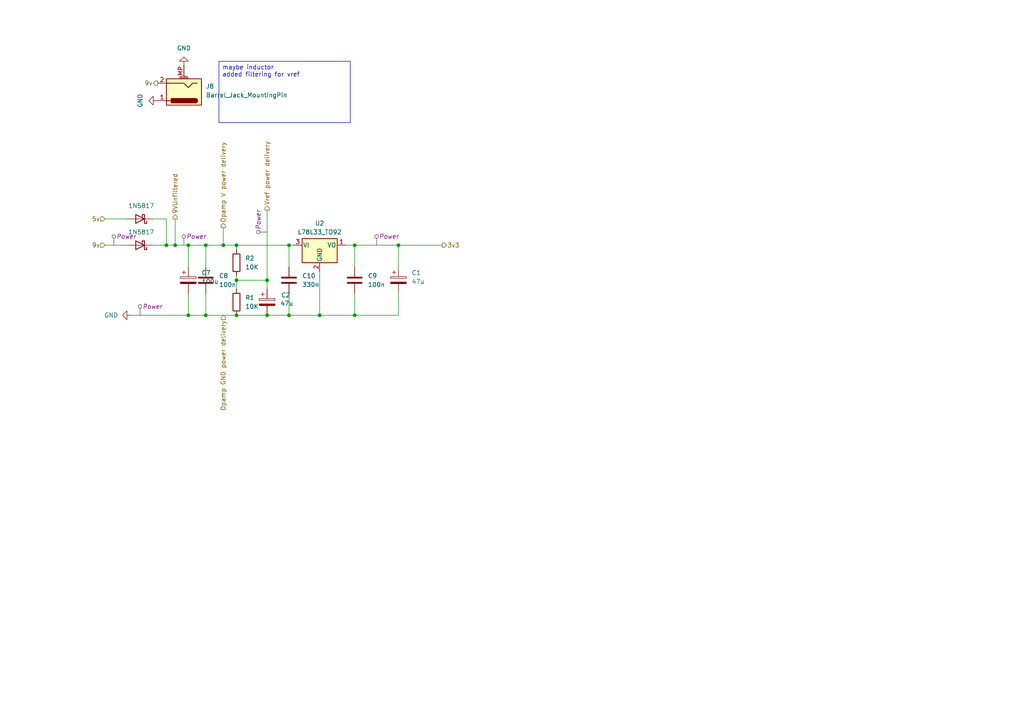
<source format=kicad_sch>
(kicad_sch (version 20231120) (generator "eeschema") (generator_version "8.0")
  (paper "A4")
  (lib_symbols
    (symbol "Connector:Barrel_Jack_MountingPin" (pin_names hide)
      (property "Reference" "J" (at 0 5.334 0))
      (property "Value" "Barrel_Jack_MountingPin" (at 1.27 -6.35 0))
      (symbol "Barrel_Jack_MountingPin_0_1"
        (rectangle (start -5.08 3.81) (end 5.08 -3.81) (stroke (width 0.254)) (fill (type background)))
        (arc (start -3.302 3.175) (mid -3.9343 2.54) (end -3.302 1.905) (stroke (width 0.254)))
        (arc (start -3.302 3.175) (mid -3.9343 2.54) (end -3.302 1.905) (stroke (width 0.254)) (fill (type outline)))
        (polyline (pts (xy 5.08 2.54) (xy 3.81 2.54)) (stroke (width 0.254)))
        (polyline (pts (xy -3.81 -2.54) (xy -2.54 -2.54) (xy -1.27 -1.27) (xy 0 -2.54) (xy 2.54 -2.54) (xy 5.08 -2.54)) (stroke (width 0.254)))
        (rectangle (start 3.683 3.175) (end -3.302 1.905) (stroke (width 0.254)) (fill (type outline)))
      )
      (symbol "Barrel_Jack_MountingPin_1_1"
        (polyline (pts (xy -1.016 -4.572) (xy 1.016 -4.572)) (stroke (width 0.1524)))
        (text "Mounting" (at 0 -4.191 0) (effects (font (size 0.381 0.381))))
        (pin passive line (at 7.62 2.54 180) (length 2.54) (name "~") (number "1"))
        (pin passive line (at 7.62 -2.54 180) (length 2.54) (name "~") (number "2"))
        (pin passive line (at 0 -7.62 90) (length 3.048) (name "MountPin") (number "MP"))
      )
    )
    (symbol "Device:C" (pin_numbers hide) (pin_names (offset 0.254))
      (property "Reference" "C" (at 0.635 2.54 0))
      (property "Value" "C" (at 0.635 -2.54 0))
      (symbol "C_0_1"
        (polyline (pts (xy -2.032 -0.762) (xy 2.032 -0.762)) (stroke (width 0.508)))
        (polyline (pts (xy -2.032 0.762) (xy 2.032 0.762)) (stroke (width 0.508)))
      )
      (symbol "C_1_1"
        (pin passive line (at 0 3.81 270) (length 2.794) (name "~") (number "1"))
        (pin passive line (at 0 -3.81 90) (length 2.794) (name "~") (number "2"))
      )
    )
    (symbol "Device:C_Polarized" (pin_numbers hide) (pin_names (offset 0.254))
      (property "Reference" "C" (at 0.635 2.54 0))
      (property "Value" "C_Polarized" (at 0.635 -2.54 0))
      (symbol "C_Polarized_0_1"
        (rectangle (start -2.286 0.508) (end 2.286 1.016))
        (polyline (pts (xy -1.778 2.286) (xy -0.762 2.286)))
        (polyline (pts (xy -1.27 2.794) (xy -1.27 1.778)))
        (rectangle (start 2.286 -0.508) (end -2.286 -1.016) (fill (type outline)))
      )
      (symbol "C_Polarized_1_1"
        (pin passive line (at 0 3.81 270) (length 2.794) (name "~") (number "1"))
        (pin passive line (at 0 -3.81 90) (length 2.794) (name "~") (number "2"))
      )
    )
    (symbol "Device:R" (pin_numbers hide) (pin_names (offset 0))
      (property "Reference" "R" (at 2.032 0 90))
      (property "Value" "R" (at 0 0 90))
      (symbol "R_0_1"
        (rectangle (start -1.016 -2.54) (end 1.016 2.54) (stroke (width 0.254)))
      )
      (symbol "R_1_1"
        (pin passive line (at 0 3.81 270) (length 1.27) (name "~") (number "1"))
        (pin passive line (at 0 -3.81 90) (length 1.27) (name "~") (number "2"))
      )
    )
    (symbol "Diode:1N5817" (pin_numbers hide) (pin_names (offset 1.016) hide)
      (property "Reference" "D" (at 0 2.54 0))
      (property "Value" "1N5817" (at 0 -2.54 0))
      (symbol "1N5817_0_1"
        (polyline (pts (xy 1.27 0) (xy -1.27 0)))
        (polyline (pts (xy 1.27 1.27) (xy 1.27 -1.27) (xy -1.27 0) (xy 1.27 1.27)) (stroke (width 0.254)))
        (polyline (pts (xy -1.905 0.635) (xy -1.905 1.27) (xy -1.27 1.27) (xy -1.27 -1.27) (xy -0.635 -1.27) (xy -0.635 -0.635)) (stroke (width 0.254)))
      )
      (symbol "1N5817_1_1"
        (pin passive line (at -3.81 0 0) (length 2.54) (name "K") (number "1"))
        (pin passive line (at 3.81 0 180) (length 2.54) (name "A") (number "2"))
      )
    )
    (symbol "Regulator_Linear:L78L33_TO92" (pin_names (offset 0.254))
      (property "Reference" "U" (at -3.81 3.175 0))
      (property "Value" "L78L33_TO92" (at 0 3.175 0))
      (symbol "L78L33_TO92_0_1"
        (rectangle (start -5.08 -5.08) (end 5.08 1.905) (stroke (width 0.254)) (fill (type background)))
      )
      (symbol "L78L33_TO92_1_1"
        (pin power_out line (at 7.62 0 180) (length 2.54) (name "VO") (number "1"))
        (pin power_in line (at 0 -7.62 90) (length 2.54) (name "GND") (number "2"))
        (pin power_in line (at -7.62 0 0) (length 2.54) (name "VI") (number "3"))
      )
    )
    (symbol "power:GND" (power) (pin_numbers hide) (pin_names (offset 0) hide)
      (property "Value" "GND" (at 0 -3.81 0))
      (symbol "GND_0_1"
        (polyline (pts (xy 0 0) (xy 0 -1.27) (xy 1.27 -1.27) (xy 0 -2.54) (xy -1.27 -1.27) (xy 0 -1.27)))
      )
      (symbol "GND_1_1"
        (pin power_in line (at 0 0 270) (length 0) (name "~") (number "1"))
      )
    )
  )
  (junction (at 59.69 91.44))
  (junction (at 115.57 71.12))
  (junction (at 64.77 71.12))
  (junction (at 83.82 91.44))
  (junction (at 68.58 91.44))
  (junction (at 102.87 71.12))
  (junction (at 68.58 71.12))
  (junction (at 59.69 71.12))
  (junction (at 54.61 91.44))
  (junction (at 48.26 71.12))
  (junction (at 83.82 71.12))
  (junction (at 92.71 91.44))
  (junction (at 68.58 81.28))
  (junction (at 54.61 71.12))
  (junction (at 77.47 91.44))
  (junction (at 77.47 81.28))
  (junction (at 50.8 71.12))
  (junction (at 102.87 91.44))
  (wire (pts (xy 44.45 63.5) (xy 48.26 63.5)))
  (wire (pts (xy 68.58 81.28) (xy 68.58 83.82)))
  (wire (pts (xy 48.26 63.5) (xy 48.26 71.12)))
  (wire (pts (xy 77.47 91.44) (xy 83.82 91.44)))
  (wire (pts (xy 115.57 77.47) (xy 115.57 71.12)))
  (wire (pts (xy 59.69 71.12) (xy 64.77 71.12)))
  (wire (pts (xy 54.61 91.44) (xy 59.69 91.44)))
  (wire (pts (xy 83.82 71.12) (xy 83.82 77.47)))
  (wire (pts (xy 102.87 85.09) (xy 102.87 91.44)))
  (wire (pts (xy 102.87 71.12) (xy 115.57 71.12)))
  (wire (pts (xy 59.69 91.44) (xy 68.58 91.44)))
  (wire (pts (xy 68.58 91.44) (xy 77.47 91.44)))
  (wire (pts (xy 54.61 71.12) (xy 54.61 77.47)))
  (wire (pts (xy 115.57 85.09) (xy 115.57 91.44)))
  (wire (pts (xy 92.71 91.44) (xy 102.87 91.44)))
  (wire (pts (xy 30.48 63.5) (xy 36.83 63.5)))
  (wire (pts (xy 48.26 71.12) (xy 50.8 71.12)))
  (wire (pts (xy 128.27 71.12) (xy 115.57 71.12)))
  (wire (pts (xy 77.47 81.28) (xy 77.47 83.82)))
  (wire (pts (xy 83.82 85.09) (xy 83.82 91.44)))
  (wire (pts (xy 68.58 81.28) (xy 77.47 81.28)))
  (wire (pts (xy 50.8 71.12) (xy 54.61 71.12)))
  (wire (pts (xy 64.77 71.12) (xy 68.58 71.12)))
  (wire (pts (xy 44.45 71.12) (xy 48.26 71.12)))
  (wire (pts (xy 68.58 71.12) (xy 83.82 71.12)))
  (wire (pts (xy 83.82 91.44) (xy 92.71 91.44)))
  (wire (pts (xy 59.69 71.12) (xy 59.69 77.47)))
  (wire (pts (xy 38.1 91.44) (xy 54.61 91.44)))
  (wire (pts (xy 54.61 85.09) (xy 54.61 91.44)))
  (wire (pts (xy 92.71 91.44) (xy 92.71 78.74)))
  (wire (pts (xy 68.58 80.01) (xy 68.58 81.28)))
  (wire (pts (xy 59.69 85.09) (xy 59.69 91.44)))
  (wire (pts (xy 30.48 71.12) (xy 36.83 71.12)))
  (wire (pts (xy 64.77 66.04) (xy 64.77 71.12)))
  (wire (pts (xy 50.8 63.5) (xy 50.8 71.12)))
  (wire (pts (xy 102.87 91.44) (xy 115.57 91.44)))
  (wire (pts (xy 83.82 71.12) (xy 85.09 71.12)))
  (wire (pts (xy 54.61 71.12) (xy 59.69 71.12)))
  (wire (pts (xy 77.47 60.96) (xy 77.47 81.28)))
  (wire (pts (xy 102.87 71.12) (xy 102.87 77.47)))
  (wire (pts (xy 68.58 71.12) (xy 68.58 72.39)))
  (wire (pts (xy 100.33 71.12) (xy 102.87 71.12)))
  (text_box "maybe inductor\nadded filtering for vref\n" (at 63.5 17.78 0) (size 38.1 17.78) (effects (font (size 1.27 1.27)) (justify left top)))
  (hierarchical_label "Vref power delivery" (shape output) (at 77.47 60.96 90))
  (hierarchical_label "Opamp V power delivery" (shape output) (at 64.77 66.04 90))
  (hierarchical_label "9v" (shape input) (at 30.48 71.12 180))
  (hierarchical_label "Opamp GND power delivery" (shape input) (at 64.77 91.44 270))
  (hierarchical_label "5v" (shape input) (at 30.48 63.5 180))
  (hierarchical_label "9v" (shape output) (at 45.72 24.13 180))
  (hierarchical_label "3v3" (shape output) (at 128.27 71.12 0))
  (hierarchical_label "9VUnfiltered" (shape output) (at 50.8 63.5 90))
  (netclass_flag "" (length 2.54) (shape round) (at 53.34 71.12 0) (property "Netclass" "Power" (at 54.0385 68.58 0) (effects (font (italic yes)) (justify left))))
  (netclass_flag "" (length 2.54) (shape round) (at 77.47 67.31 90) (property "Netclass" "Power" (at 74.93 66.6115 90) (effects (font (italic yes)) (justify left))))
  (netclass_flag "" (length 2.54) (shape round) (at 40.64 91.44 0) (property "Netclass" "Power" (at 41.3385 88.9 0) (effects (font (italic yes)) (justify left))))
  (netclass_flag "" (length 2.54) (shape round) (at 109.22 71.12 0) (property "Netclass" "Power" (at 109.9185 68.58 0) (effects (font (italic yes)) (justify left))))
  (netclass_flag "" (length 2.54) (shape round) (at 33.02 71.12 0) (property "Netclass" "Power" (at 33.7185 68.58 0) (effects (font (italic yes)) (justify left))))
  (symbol (lib_id "Device:C") (at 83.82 81.28 0) (unit 1)
    (property "Reference" "C10" (at 87.63 80.0099 0) (effects (justify left)))
    (property "Value" "330n" (at 87.63 82.5499 0) (effects (justify left)))
    (property "Footprint" "FV1Footrpints:C_0603_1608Metric_Pad1.08x0.95mm_HandSolder" (effects (hide yes)))
    (property "Description" "Unpolarized capacitor" (effects (hide yes)))
  )
  (symbol (lib_id "Device:C_Polarized") (at 115.57 81.28 0) (unit 1)
    (property "Reference" "C1" (at 119.38 79.1209 0) (effects (justify left)))
    (property "Value" "47u" (at 119.38 81.6609 0) (effects (justify left)))
    (property "Footprint" "Capacitor_SMD:CP_Elec_5x5.4" (effects (hide yes)))
    (property "Description" "Polarized capacitor" (effects (hide yes)))
  )
  (symbol (lib_id "power:GND") (at 38.1 91.44 270) (unit 1)
    (property "Reference" "#PWR02" (effects (hide yes)))
    (property "Value" "GND" (at 34.29 91.4399 90) (effects (justify right)))
    (property "Description" "Power symbol creates a global label with name \"GND\" , ground" (effects (hide yes)))
  )
  (symbol (lib_id "power:GND") (at 45.72 29.21 270) (unit 1)
    (property "Reference" "#PWR019" (effects (hide yes)))
    (property "Value" "GND" (at 40.64 29.21 0))
    (property "Description" "Power symbol creates a global label with name \"GND\" , ground" (effects (hide yes)))
  )
  (symbol (lib_id "power:GND") (at 53.34 19.05 180) (unit 1)
    (property "Reference" "#PWR048" (effects (hide yes)))
    (property "Value" "GND" (at 53.34 13.97 0))
    (property "Description" "Power symbol creates a global label with name \"GND\" , ground" (effects (hide yes)))
  )
  (symbol (lib_id "Device:C") (at 59.69 81.28 0) (unit 1)
    (property "Reference" "C8" (at 63.5 80.0099 0) (effects (justify left)))
    (property "Value" "100n" (at 63.5 82.5499 0) (effects (justify left)))
    (property "Footprint" "FV1Footrpints:C_0603_1608Metric_Pad1.08x0.95mm_HandSolder" (effects (hide yes)))
    (property "Description" "Unpolarized capacitor" (effects (hide yes)))
  )
  (symbol (lib_id "Diode:1N5817") (at 40.64 71.12 180) (unit 1)
    (property "Reference" "D1" (effects (hide yes)))
    (property "Value" "1N5817" (at 40.9575 67.31 0))
    (property "Footprint" "Diode_THT:D_DO-41_SOD81_P10.16mm_Horizontal" (effects (hide yes)))
    (property "Datasheet" "http://www.vishay.com/docs/88525/1n5817.pdf" (effects (hide yes)))
    (property "Description" "20V 1A Schottky Barrier Rectifier Diode, DO-41" (effects (hide yes)))
  )
  (symbol (lib_id "Device:R") (at 68.58 87.63 0) (unit 1)
    (property "Reference" "R1" (at 71.12 86.3599 0) (effects (justify left)))
    (property "Value" "10K" (at 71.12 88.8999 0) (effects (justify left)))
    (property "Footprint" "PCM_4ms_Resistor:R_0603" (effects (hide yes)))
    (property "Description" "Resistor" (effects (hide yes)))
  )
  (symbol (lib_id "Device:C_Polarized") (at 54.61 81.28 0) (unit 1)
    (property "Reference" "C7" (at 58.42 79.1209 0) (effects (justify left)))
    (property "Value" "100u" (at 58.42 81.6609 0) (effects (justify left)))
    (property "Footprint" "Capacitor_SMD:CP_Elec_6.3x5.4" (effects (hide yes)))
    (property "Description" "Polarized capacitor" (effects (hide yes)))
  )
  (symbol (lib_id "Device:C_Polarized") (at 77.47 87.63 0) (unit 1)
    (property "Reference" "C2" (at 81.534 85.598 0) (effects (justify left)))
    (property "Value" "47u" (at 81.28 88.0109 0) (effects (justify left)))
    (property "Footprint" "Capacitor_SMD:CP_Elec_5x5.4" (effects (hide yes)))
    (property "Description" "Polarized capacitor" (effects (hide yes)))
  )
  (symbol (lib_id "Connector:Barrel_Jack_MountingPin") (at 53.34 26.67 180) (unit 1)
    (property "Reference" "J8" (at 59.69 25.0443 0) (effects (justify right)))
    (property "Value" "Barrel_Jack_MountingPin" (at 59.69 27.5843 0) (effects (justify right)))
    (property "Footprint" "Connector_BarrelJack:BarrelJack_Horizontal" (effects (hide yes)))
    (property "Description" "DC Barrel Jack with a mounting pin" (effects (hide yes)))
  )
  (symbol (lib_id "Regulator_Linear:L78L33_TO92") (at 92.71 71.12 0) (unit 1)
    (property "Reference" "U2" (at 92.71 64.77 0))
    (property "Value" "L78L33_TO92" (at 92.71 67.31 0))
    (property "Footprint" "Package_TO_SOT_THT:TO-92_Inline" (effects (hide yes)))
    (property "Datasheet" "http://www.st.com/content/ccc/resource/technical/document/datasheet/15/55/e5/aa/23/5b/43/fd/CD00000446.pdf/files/CD00000446.pdf/jcr:content/translations/en.CD00000446.pdf" (effects (hide yes)))
    (property "Description" "Positive 100mA 30V Linear Regulator, Fixed Output 3.3V, TO-92" (effects (hide yes)))
  )
  (symbol (lib_id "Device:C") (at 102.87 81.28 0) (unit 1)
    (property "Reference" "C9" (at 106.68 80.0099 0) (effects (justify left)))
    (property "Value" "100n" (at 106.68 82.5499 0) (effects (justify left)))
    (property "Footprint" "FV1Footrpints:C_0603_1608Metric_Pad1.08x0.95mm_HandSolder" (effects (hide yes)))
    (property "Description" "Unpolarized capacitor" (effects (hide yes)))
  )
  (symbol (lib_id "Diode:1N5817") (at 40.64 63.5 180) (unit 1)
    (property "Reference" "D12" (effects (hide yes)))
    (property "Value" "1N5817" (at 40.9575 59.69 0))
    (property "Footprint" "Diode_THT:D_DO-41_SOD81_P10.16mm_Horizontal" (effects (hide yes)))
    (property "Datasheet" "http://www.vishay.com/docs/88525/1n5817.pdf" (effects (hide yes)))
    (property "Description" "20V 1A Schottky Barrier Rectifier Diode, DO-41" (effects (hide yes)))
  )
  (symbol (lib_id "Device:R") (at 68.58 76.2 0) (unit 1)
    (property "Reference" "R2" (at 71.12 74.9299 0) (effects (justify left)))
    (property "Value" "10K" (at 71.12 77.4699 0) (effects (justify left)))
    (property "Footprint" "PCM_4ms_Resistor:R_0603" (effects (hide yes)))
    (property "Description" "Resistor" (effects (hide yes)))
  )
)
</source>
